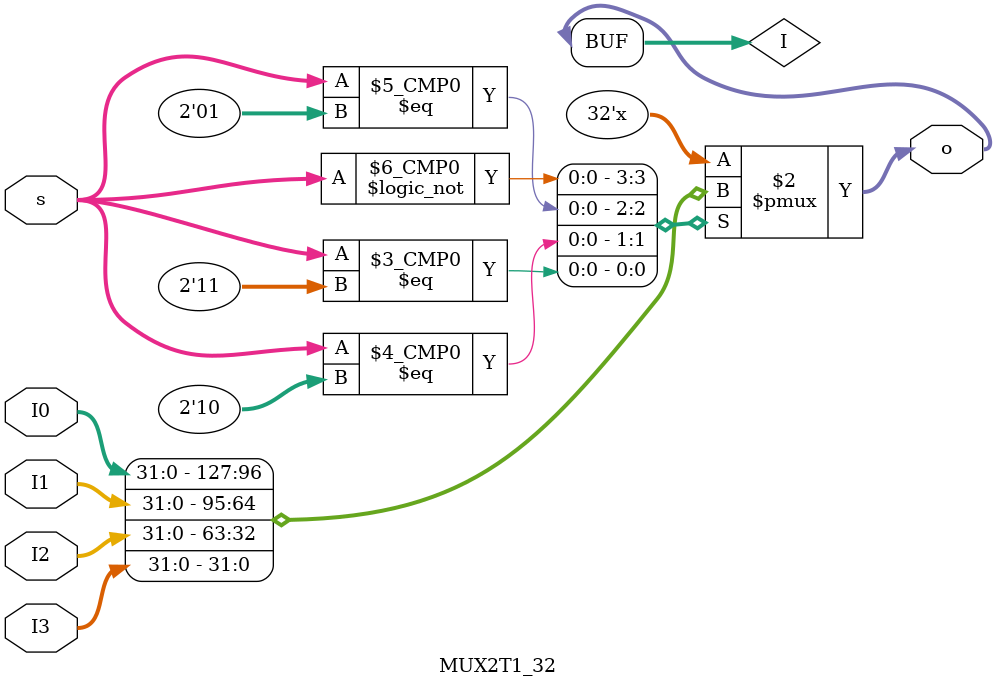
<source format=v>
`timescale 1ns / 1ps


module MUX2T1_32(
 input [31:0] I0,  
 input [31:0] I1,
 input [31:0] I2,
 input [31:0] I3,  
 input [1:0]s,  
 output [31:0] o  
);
 reg [31:0] I;
 always @(*)
 case (s)
 2'b00: I<=I0;
 2'b01: I<=I1;
 2'b10: I<=I2;
 2'b11: I<=I3;
 endcase
 assign o = I;
endmodule
</source>
